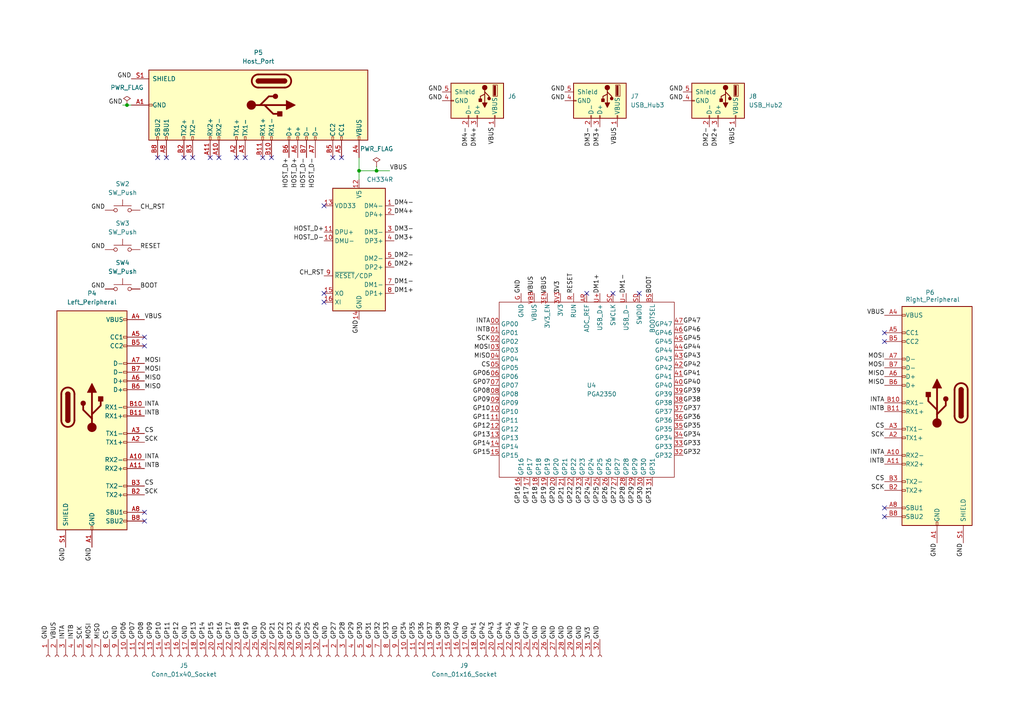
<source format=kicad_sch>
(kicad_sch (version 20250114) (generator "eeschema") (generator_version "9.0")
  (paper "A4")
  (lib_symbols
    (symbol "Connector:Conn_01x32_Socket" (pin_names (offset 1.016) (hide yes))
      (property "Reference" "J" (at 0 40.64 0))
      (property "Value" "Conn_01x32_Socket" (at 0 -43.18 0))
      (symbol "Conn_01x32_Socket_1_1"
        (polyline (pts (xy -1.27 38.1) (xy -0.508 38.1)) (stroke (width 0.1524)))
        (polyline (pts (xy -1.27 35.56) (xy -0.508 35.56)) (stroke (width 0.1524)))
        (polyline (pts (xy -1.27 33.02) (xy -0.508 33.02)) (stroke (width 0.1524)))
        (polyline (pts (xy -1.27 30.48) (xy -0.508 30.48)) (stroke (width 0.1524)))
        (polyline (pts (xy -1.27 27.94) (xy -0.508 27.94)) (stroke (width 0.1524)))
        (polyline (pts (xy -1.27 25.4) (xy -0.508 25.4)) (stroke (width 0.1524)))
        (polyline (pts (xy -1.27 22.86) (xy -0.508 22.86)) (stroke (width 0.1524)))
        (polyline (pts (xy -1.27 20.32) (xy -0.508 20.32)) (stroke (width 0.1524)))
        (polyline (pts (xy -1.27 17.78) (xy -0.508 17.78)) (stroke (width 0.1524)))
        (polyline (pts (xy -1.27 15.24) (xy -0.508 15.24)) (stroke (width 0.1524)))
        (polyline (pts (xy -1.27 12.7) (xy -0.508 12.7)) (stroke (width 0.1524)))
        (polyline (pts (xy -1.27 10.16) (xy -0.508 10.16)) (stroke (width 0.1524)))
        (polyline (pts (xy -1.27 7.62) (xy -0.508 7.62)) (stroke (width 0.1524)))
        (polyline (pts (xy -1.27 5.08) (xy -0.508 5.08)) (stroke (width 0.1524)))
        (polyline (pts (xy -1.27 2.54) (xy -0.508 2.54)) (stroke (width 0.1524)))
        (polyline (pts (xy -1.27 0) (xy -0.508 0)) (stroke (width 0.1524)))
        (polyline (pts (xy -1.27 -2.54) (xy -0.508 -2.54)) (stroke (width 0.1524)))
        (polyline (pts (xy -1.27 -5.08) (xy -0.508 -5.08)) (stroke (width 0.1524)))
        (polyline (pts (xy -1.27 -7.62) (xy -0.508 -7.62)) (stroke (width 0.1524)))
        (polyline (pts (xy -1.27 -10.16) (xy -0.508 -10.16)) (stroke (width 0.1524)))
        (polyline (pts (xy -1.27 -12.7) (xy -0.508 -12.7)) (stroke (width 0.1524)))
        (polyline (pts (xy -1.27 -15.24) (xy -0.508 -15.24)) (stroke (width 0.1524)))
        (polyline (pts (xy -1.27 -17.78) (xy -0.508 -17.78)) (stroke (width 0.1524)))
        (polyline (pts (xy -1.27 -20.32) (xy -0.508 -20.32)) (stroke (width 0.1524)))
        (polyline (pts (xy -1.27 -22.86) (xy -0.508 -22.86)) (stroke (width 0.1524)))
        (polyline (pts (xy -1.27 -25.4) (xy -0.508 -25.4)) (stroke (width 0.1524)))
        (polyline (pts (xy -1.27 -27.94) (xy -0.508 -27.94)) (stroke (width 0.1524)))
        (polyline (pts (xy -1.27 -30.48) (xy -0.508 -30.48)) (stroke (width 0.1524)))
        (polyline (pts (xy -1.27 -33.02) (xy -0.508 -33.02)) (stroke (width 0.1524)))
        (polyline (pts (xy -1.27 -35.56) (xy -0.508 -35.56)) (stroke (width 0.1524)))
        (polyline (pts (xy -1.27 -38.1) (xy -0.508 -38.1)) (stroke (width 0.1524)))
        (polyline (pts (xy -1.27 -40.64) (xy -0.508 -40.64)) (stroke (width 0.1524)))
        (arc (start 0 37.592) (mid -0.5058 38.1) (end 0 38.608) (stroke (width 0.1524)))
        (arc (start 0 35.052) (mid -0.5058 35.56) (end 0 36.068) (stroke (width 0.1524)))
        (arc (start 0 32.512) (mid -0.5058 33.02) (end 0 33.528) (stroke (width 0.1524)))
        (arc (start 0 29.972) (mid -0.5058 30.48) (end 0 30.988) (stroke (width 0.1524)))
        (arc (start 0 27.432) (mid -0.5058 27.94) (end 0 28.448) (stroke (width 0.1524)))
        (arc (start 0 24.892) (mid -0.5058 25.4) (end 0 25.908) (stroke (width 0.1524)))
        (arc (start 0 22.352) (mid -0.5058 22.86) (end 0 23.368) (stroke (width 0.1524)))
        (arc (start 0 19.812) (mid -0.5058 20.32) (end 0 20.828) (stroke (width 0.1524)))
        (arc (start 0 17.272) (mid -0.5058 17.78) (end 0 18.288) (stroke (width 0.1524)))
        (arc (start 0 14.732) (mid -0.5058 15.24) (end 0 15.748) (stroke (width 0.1524)))
        (arc (start 0 12.192) (mid -0.5058 12.7) (end 0 13.208) (stroke (width 0.1524)))
        (arc (start 0 9.652) (mid -0.5058 10.16) (end 0 10.668) (stroke (width 0.1524)))
        (arc (start 0 7.112) (mid -0.5058 7.62) (end 0 8.128) (stroke (width 0.1524)))
        (arc (start 0 4.572) (mid -0.5058 5.08) (end 0 5.588) (stroke (width 0.1524)))
        (arc (start 0 2.032) (mid -0.5058 2.54) (end 0 3.048) (stroke (width 0.1524)))
        (arc (start 0 -0.508) (mid -0.5058 0) (end 0 0.508) (stroke (width 0.1524)))
        (arc (start 0 -3.048) (mid -0.5058 -2.54) (end 0 -2.032) (stroke (width 0.1524)))
        (arc (start 0 -5.588) (mid -0.5058 -5.08) (end 0 -4.572) (stroke (width 0.1524)))
        (arc (start 0 -8.128) (mid -0.5058 -7.62) (end 0 -7.112) (stroke (width 0.1524)))
        (arc (start 0 -10.668) (mid -0.5058 -10.16) (end 0 -9.652) (stroke (width 0.1524)))
        (arc (start 0 -13.208) (mid -0.5058 -12.7) (end 0 -12.192) (stroke (width 0.1524)))
        (arc (start 0 -15.748) (mid -0.5058 -15.24) (end 0 -14.732) (stroke (width 0.1524)))
        (arc (start 0 -18.288) (mid -0.5058 -17.78) (end 0 -17.272) (stroke (width 0.1524)))
        (arc (start 0 -20.828) (mid -0.5058 -20.32) (end 0 -19.812) (stroke (width 0.1524)))
        (arc (start 0 -23.368) (mid -0.5058 -22.86) (end 0 -22.352) (stroke (width 0.1524)))
        (arc (start 0 -25.908) (mid -0.5058 -25.4) (end 0 -24.892) (stroke (width 0.1524)))
        (arc (start 0 -28.448) (mid -0.5058 -27.94) (end 0 -27.432) (stroke (width 0.1524)))
        (arc (start 0 -30.988) (mid -0.5058 -30.48) (end 0 -29.972) (stroke (width 0.1524)))
        (arc (start 0 -33.528) (mid -0.5058 -33.02) (end 0 -32.512) (stroke (width 0.1524)))
        (arc (start 0 -36.068) (mid -0.5058 -35.56) (end 0 -35.052) (stroke (width 0.1524)))
        (arc (start 0 -38.608) (mid -0.5058 -38.1) (end 0 -37.592) (stroke (width 0.1524)))
        (arc (start 0 -41.148) (mid -0.5058 -40.64) (end 0 -40.132) (stroke (width 0.1524)))
        (pin passive line (at -5.08 38.1 0) (length 3.81) (name "Pin_1") (number "1"))
        (pin passive line (at -5.08 35.56 0) (length 3.81) (name "Pin_2") (number "2"))
        (pin passive line (at -5.08 33.02 0) (length 3.81) (name "Pin_3") (number "3"))
        (pin passive line (at -5.08 30.48 0) (length 3.81) (name "Pin_4") (number "4"))
        (pin passive line (at -5.08 27.94 0) (length 3.81) (name "Pin_5") (number "5"))
        (pin passive line (at -5.08 25.4 0) (length 3.81) (name "Pin_6") (number "6"))
        (pin passive line (at -5.08 22.86 0) (length 3.81) (name "Pin_7") (number "7"))
        (pin passive line (at -5.08 20.32 0) (length 3.81) (name "Pin_8") (number "8"))
        (pin passive line (at -5.08 17.78 0) (length 3.81) (name "Pin_9") (number "9"))
        (pin passive line (at -5.08 15.24 0) (length 3.81) (name "Pin_10") (number "10"))
        (pin passive line (at -5.08 12.7 0) (length 3.81) (name "Pin_11") (number "11"))
        (pin passive line (at -5.08 10.16 0) (length 3.81) (name "Pin_12") (number "12"))
        (pin passive line (at -5.08 7.62 0) (length 3.81) (name "Pin_13") (number "13"))
        (pin passive line (at -5.08 5.08 0) (length 3.81) (name "Pin_14") (number "14"))
        (pin passive line (at -5.08 2.54 0) (length 3.81) (name "Pin_15") (number "15"))
        (pin passive line (at -5.08 0 0) (length 3.81) (name "Pin_16") (number "16"))
        (pin passive line (at -5.08 -2.54 0) (length 3.81) (name "Pin_17") (number "17"))
        (pin passive line (at -5.08 -5.08 0) (length 3.81) (name "Pin_18") (number "18"))
        (pin passive line (at -5.08 -7.62 0) (length 3.81) (name "Pin_19") (number "19"))
        (pin passive line (at -5.08 -10.16 0) (length 3.81) (name "Pin_20") (number "20"))
        (pin passive line (at -5.08 -12.7 0) (length 3.81) (name "Pin_21") (number "21"))
        (pin passive line (at -5.08 -15.24 0) (length 3.81) (name "Pin_22") (number "22"))
        (pin passive line (at -5.08 -17.78 0) (length 3.81) (name "Pin_23") (number "23"))
        (pin passive line (at -5.08 -20.32 0) (length 3.81) (name "Pin_24") (number "24"))
        (pin passive line (at -5.08 -22.86 0) (length 3.81) (name "Pin_25") (number "25"))
        (pin passive line (at -5.08 -25.4 0) (length 3.81) (name "Pin_26") (number "26"))
        (pin passive line (at -5.08 -27.94 0) (length 3.81) (name "Pin_27") (number "27"))
        (pin passive line (at -5.08 -30.48 0) (length 3.81) (name "Pin_28") (number "28"))
        (pin passive line (at -5.08 -33.02 0) (length 3.81) (name "Pin_29") (number "29"))
        (pin passive line (at -5.08 -35.56 0) (length 3.81) (name "Pin_30") (number "30"))
        (pin passive line (at -5.08 -38.1 0) (length 3.81) (name "Pin_31") (number "31"))
        (pin passive line (at -5.08 -40.64 0) (length 3.81) (name "Pin_32") (number "32"))
      )
    )
    (symbol "Connector:USB_A" (pin_names (offset 1.016))
      (property "Reference" "J" (at -5.08 11.43 0))
      (property "Value" "USB_A" (at -5.08 8.89 0))
      (symbol "USB_A_0_1"
        (rectangle (start -5.08 -7.62) (end 5.08 7.62) (stroke (width 0.254)) (fill (type background)))
        (circle (center -3.81 2.159) (radius 0.635) (stroke (width 0.254)) (fill (type outline)))
        (polyline (pts (xy -3.175 2.159) (xy -2.54 2.159) (xy -1.27 3.429) (xy -0.635 3.429)) (stroke (width 0.254)))
        (polyline (pts (xy -2.54 2.159) (xy -1.905 2.159) (xy -1.27 0.889) (xy 0 0.889)) (stroke (width 0.254)))
        (rectangle (start -1.524 4.826) (end -4.318 5.334) (fill (type outline)))
        (rectangle (start -1.27 4.572) (end -4.572 5.842))
        (circle (center -0.635 3.429) (radius 0.381) (stroke (width 0.254)) (fill (type outline)))
        (rectangle (start -0.127 -7.62) (end 0.127 -6.858))
        (rectangle (start 0.254 1.27) (end -0.508 0.508) (stroke (width 0.254)) (fill (type outline)))
        (polyline (pts (xy 0.635 2.794) (xy 0.635 1.524) (xy 1.905 2.159) (xy 0.635 2.794)) (stroke (width 0.254)) (fill (type outline)))
        (rectangle (start 5.08 4.953) (end 4.318 5.207))
        (rectangle (start 5.08 -0.127) (end 4.318 0.127))
        (rectangle (start 5.08 -2.667) (end 4.318 -2.413))
      )
      (symbol "USB_A_1_1"
        (polyline (pts (xy -1.905 2.159) (xy 0.635 2.159)) (stroke (width 0.254)))
        (pin passive line (at -2.54 -10.16 90) (length 2.54) (name "Shield") (number "5"))
        (pin power_in line (at 0 -10.16 90) (length 2.54) (name "GND") (number "4"))
        (pin power_in line (at 7.62 5.08 180) (length 2.54) (name "VBUS") (number "1"))
        (pin bidirectional line (at 7.62 0 180) (length 2.54) (name "D+") (number "3"))
        (pin bidirectional line (at 7.62 -2.54 180) (length 2.54) (name "D-") (number "2"))
      )
    )
    (symbol "Connector:USB_C_Receptacle" (pin_names (offset 1.016))
      (property "Reference" "J" (at -10.16 29.21 0))
      (property "Value" "USB_C_Receptacle" (at 10.16 29.21 0))
      (symbol "USB_C_Receptacle_0_0"
        (rectangle (start -0.254 -35.56) (end 0.254 -34.544))
        (rectangle (start 10.16 25.654) (end 9.144 25.146))
        (rectangle (start 10.16 20.574) (end 9.144 20.066))
        (rectangle (start 10.16 18.034) (end 9.144 17.526))
        (rectangle (start 10.16 12.954) (end 9.144 12.446))
        (rectangle (start 10.16 10.414) (end 9.144 9.906))
        (rectangle (start 10.16 7.874) (end 9.144 7.366))
        (rectangle (start 10.16 5.334) (end 9.144 4.826))
        (rectangle (start 10.16 0.254) (end 9.144 -0.254))
        (rectangle (start 10.16 -2.286) (end 9.144 -2.794))
        (rectangle (start 10.16 -7.366) (end 9.144 -7.874))
        (rectangle (start 10.16 -9.906) (end 9.144 -10.414))
        (rectangle (start 10.16 -14.986) (end 9.144 -15.494))
        (rectangle (start 10.16 -17.526) (end 9.144 -18.034))
        (rectangle (start 10.16 -22.606) (end 9.144 -23.114))
        (rectangle (start 10.16 -25.146) (end 9.144 -25.654))
        (rectangle (start 10.16 -30.226) (end 9.144 -30.734))
        (rectangle (start 10.16 -32.766) (end 9.144 -33.274))
      )
      (symbol "USB_C_Receptacle_0_1"
        (rectangle (start -10.16 27.94) (end 10.16 -35.56) (stroke (width 0.254)) (fill (type background)))
        (polyline (pts (xy -8.89 -3.81) (xy -8.89 3.81)) (stroke (width 0.508)))
        (rectangle (start -7.62 -3.81) (end -6.35 3.81) (stroke (width 0.254)) (fill (type outline)))
        (arc (start -7.62 3.81) (mid -6.985 4.4423) (end -6.35 3.81) (stroke (width 0.254)))
        (arc (start -7.62 3.81) (mid -6.985 4.4423) (end -6.35 3.81) (stroke (width 0.254)) (fill (type outline)))
        (arc (start -8.89 3.81) (mid -6.985 5.7067) (end -5.08 3.81) (stroke (width 0.508)))
        (arc (start -5.08 -3.81) (mid -6.985 -5.7067) (end -8.89 -3.81) (stroke (width 0.508)))
        (arc (start -6.35 -3.81) (mid -6.985 -4.4423) (end -7.62 -3.81) (stroke (width 0.254)))
        (arc (start -6.35 -3.81) (mid -6.985 -4.4423) (end -7.62 -3.81) (stroke (width 0.254)) (fill (type outline)))
        (polyline (pts (xy -5.08 3.81) (xy -5.08 -3.81)) (stroke (width 0.508)))
      )
      (symbol "USB_C_Receptacle_1_1"
        (circle (center -2.54 1.143) (radius 0.635) (stroke (width 0.254)) (fill (type outline)))
        (polyline (pts (xy -1.27 4.318) (xy 0 6.858) (xy 1.27 4.318) (xy -1.27 4.318)) (stroke (width 0.254)) (fill (type outline)))
        (polyline (pts (xy 0 -2.032) (xy 2.54 0.508) (xy 2.54 1.778)) (stroke (width 0.508)))
        (polyline (pts (xy 0 -3.302) (xy -2.54 -0.762) (xy -2.54 0.508)) (stroke (width 0.508)))
        (polyline (pts (xy 0 -5.842) (xy 0 4.318)) (stroke (width 0.508)))
        (circle (center 0 -5.842) (radius 1.27) (fill (type outline)))
        (rectangle (start 1.905 1.778) (end 3.175 3.048) (stroke (width 0.254)) (fill (type outline)))
        (pin passive line (at -7.62 -40.64 90) (length 5.08) (name "SHIELD") (number "S1"))
        (pin passive line (at 0 -40.64 90) (length 5.08) (name "GND") (number "A1"))
        (pin passive line (at 0 -40.64 90) (length 5.08) (hide yes) (name "GND") (number "A12"))
        (pin passive line (at 0 -40.64 90) (length 5.08) (hide yes) (name "GND") (number "B1"))
        (pin passive line (at 0 -40.64 90) (length 5.08) (hide yes) (name "GND") (number "B12"))
        (pin passive line (at 15.24 25.4 180) (length 5.08) (name "VBUS") (number "A4"))
        (pin passive line (at 15.24 25.4 180) (length 5.08) (hide yes) (name "VBUS") (number "A9"))
        (pin passive line (at 15.24 25.4 180) (length 5.08) (hide yes) (name "VBUS") (number "B4"))
        (pin passive line (at 15.24 25.4 180) (length 5.08) (hide yes) (name "VBUS") (number "B9"))
        (pin bidirectional line (at 15.24 20.32 180) (length 5.08) (name "CC1") (number "A5"))
        (pin bidirectional line (at 15.24 17.78 180) (length 5.08) (name "CC2") (number "B5"))
        (pin bidirectional line (at 15.24 12.7 180) (length 5.08) (name "D-") (number "A7"))
        (pin bidirectional line (at 15.24 10.16 180) (length 5.08) (name "D-") (number "B7"))
        (pin bidirectional line (at 15.24 7.62 180) (length 5.08) (name "D+") (number "A6"))
        (pin bidirectional line (at 15.24 5.08 180) (length 5.08) (name "D+") (number "B6"))
        (pin bidirectional line (at 15.24 0 180) (length 5.08) (name "RX1-") (number "B10"))
        (pin bidirectional line (at 15.24 -2.54 180) (length 5.08) (name "RX1+") (number "B11"))
        (pin bidirectional line (at 15.24 -7.62 180) (length 5.08) (name "TX1-") (number "A3"))
        (pin bidirectional line (at 15.24 -10.16 180) (length 5.08) (name "TX1+") (number "A2"))
        (pin bidirectional line (at 15.24 -15.24 180) (length 5.08) (name "RX2-") (number "A10"))
        (pin bidirectional line (at 15.24 -17.78 180) (length 5.08) (name "RX2+") (number "A11"))
        (pin bidirectional line (at 15.24 -22.86 180) (length 5.08) (name "TX2-") (number "B3"))
        (pin bidirectional line (at 15.24 -25.4 180) (length 5.08) (name "TX2+") (number "B2"))
        (pin bidirectional line (at 15.24 -30.48 180) (length 5.08) (name "SBU1") (number "A8"))
        (pin bidirectional line (at 15.24 -33.02 180) (length 5.08) (name "SBU2") (number "B8"))
      )
    )
    (symbol "Interface_USB:CH334R"
      (property "Reference" "U" (at -7.62 20.32 0))
      (property "Value" "CH334R" (at 2.54 20.32 0))
      (symbol "CH334R_0_1"
        (rectangle (start -7.62 17.78) (end 7.62 -17.78) (stroke (width 0.254)) (fill (type background)))
      )
      (symbol "CH334R_1_1"
        (pin passive line (at -10.16 12.7 0) (length 2.54) (name "VDD33") (number "13"))
        (pin bidirectional line (at -10.16 5.08 0) (length 2.54) (name "DPU+") (number "11"))
        (pin bidirectional line (at -10.16 2.54 0) (length 2.54) (name "DMU-") (number "10"))
        (pin input line (at -10.16 -7.62 0) (length 2.54) (name "~{RESET}/CDP") (number "9"))
        (pin passive line (at -10.16 -12.7 0) (length 2.54) (name "XO") (number "15"))
        (pin passive line (at -10.16 -15.24 0) (length 2.54) (name "XI") (number "16"))
        (pin power_in line (at 0 20.32 270) (length 2.54) (name "V5") (number "12"))
        (pin power_in line (at 0 -20.32 90) (length 2.54) (name "GND") (number "14"))
        (pin bidirectional line (at 10.16 12.7 180) (length 2.54) (name "DM4-") (number "1"))
        (pin bidirectional line (at 10.16 10.16 180) (length 2.54) (name "DP4+") (number "2"))
        (pin bidirectional line (at 10.16 5.08 180) (length 2.54) (name "DM3-") (number "3"))
        (pin bidirectional line (at 10.16 2.54 180) (length 2.54) (name "DP3+") (number "4"))
        (pin bidirectional line (at 10.16 -2.54 180) (length 2.54) (name "DM2-") (number "5"))
        (pin bidirectional line (at 10.16 -5.08 180) (length 2.54) (name "DP2+") (number "6"))
        (pin bidirectional line (at 10.16 -10.16 180) (length 2.54) (name "DM1-") (number "7"))
        (pin bidirectional line (at 10.16 -12.7 180) (length 2.54) (name "DP1+") (number "8"))
      )
    )
    (symbol "Switch:SW_Push" (pin_numbers (hide yes)) (pin_names (offset 1.016) (hide yes))
      (property "Reference" "SW" (at 1.27 2.54 0))
      (property "Value" "SW_Push" (at 0 -1.524 0))
      (symbol "SW_Push_0_1"
        (circle (center -2.032 0) (radius 0.508))
        (polyline (pts (xy 0 1.27) (xy 0 3.048)))
        (circle (center 2.032 0) (radius 0.508))
        (polyline (pts (xy 2.54 1.27) (xy -2.54 1.27)))
        (pin passive line (at -5.08 0 0) (length 2.54) (name "1") (number "1"))
        (pin passive line (at 5.08 0 180) (length 2.54) (name "2") (number "2"))
      )
    )
    (symbol "pga2350:pga2350"
      (property "Reference" "U" (at 0 2.54 0))
      (property "Value" "PGA2350" (at 0 0 0))
      (symbol "pga2350_0_1"
        (rectangle (start -25.4 25.4) (end 25.4 -25.4))
      )
      (symbol "pga2350_1_1"
        (pin bidirectional line (at -27.94 19.05 0) (length 2.54) (name "GP00") (number "00"))
        (pin bidirectional line (at -27.94 16.51 0) (length 2.54) (name "GP01") (number "01"))
        (pin bidirectional line (at -27.94 13.97 0) (length 2.54) (name "GP02") (number "02"))
        (pin bidirectional line (at -27.94 11.43 0) (length 2.54) (name "GP03") (number "03"))
        (pin bidirectional line (at -27.94 8.89 0) (length 2.54) (name "GP04") (number "04"))
        (pin bidirectional line (at -27.94 6.35 0) (length 2.54) (name "GP05") (number "05"))
        (pin bidirectional line (at -27.94 3.81 0) (length 2.54) (name "GP06") (number "06"))
        (pin bidirectional line (at -27.94 1.27 0) (length 2.54) (name "GP07") (number "07"))
        (pin bidirectional line (at -27.94 -1.27 0) (length 2.54) (name "GP08") (number "08"))
        (pin bidirectional line (at -27.94 -3.81 0) (length 2.54) (name "GP09") (number "09"))
        (pin bidirectional line (at -27.94 -6.35 0) (length 2.54) (name "GP10") (number "10"))
        (pin bidirectional line (at -27.94 -8.89 0) (length 2.54) (name "GP11") (number "11"))
        (pin bidirectional line (at -27.94 -11.43 0) (length 2.54) (name "GP12") (number "12"))
        (pin bidirectional line (at -27.94 -13.97 0) (length 2.54) (name "GP13") (number "13"))
        (pin bidirectional line (at -27.94 -16.51 0) (length 2.54) (name "GP14") (number "14"))
        (pin bidirectional line (at -27.94 -19.05 0) (length 2.54) (name "GP15") (number "15"))
        (pin power_in line (at -19.05 27.94 270) (length 2.54) (name "GND") (number "G"))
        (pin bidirectional line (at -19.05 -27.94 90) (length 2.54) (name "GP16") (number "16"))
        (pin bidirectional line (at -16.51 -27.94 90) (length 2.54) (name "GP17") (number "17"))
        (pin power_in line (at -15.24 27.94 270) (length 2.54) (name "VBUS") (number "VBB"))
        (pin bidirectional line (at -13.97 -27.94 90) (length 2.54) (name "GP18") (number "18"))
        (pin power_in line (at -11.43 27.94 270) (length 2.54) (name "3V3_EN") (number "3EN"))
        (pin bidirectional line (at -11.43 -27.94 90) (length 2.54) (name "GP19") (number "19"))
        (pin bidirectional line (at -8.89 -27.94 90) (length 2.54) (name "GP20") (number "20"))
        (pin power_out line (at -7.62 27.94 270) (length 2.54) (name "3V3") (number "3V3"))
        (pin bidirectional line (at -6.35 -27.94 90) (length 2.54) (name "GP21") (number "21"))
        (pin bidirectional line (at -3.81 27.94 270) (length 2.54) (name "RUN") (number "R"))
        (pin bidirectional line (at -3.81 -27.94 90) (length 2.54) (name "GP22") (number "22"))
        (pin bidirectional line (at -1.27 -27.94 90) (length 2.54) (name "GP23") (number "23"))
        (pin bidirectional line (at 0 27.94 270) (length 2.54) (name "ADC_REF") (number "AR"))
        (pin bidirectional line (at 1.27 -27.94 90) (length 2.54) (name "GP24") (number "24"))
        (pin bidirectional line (at 3.81 27.94 270) (length 2.54) (name "USB_D+") (number "U+"))
        (pin bidirectional line (at 3.81 -27.94 90) (length 2.54) (name "GP25") (number "25"))
        (pin bidirectional line (at 6.35 -27.94 90) (length 2.54) (name "GP26") (number "26"))
        (pin bidirectional line (at 7.62 27.94 270) (length 2.54) (name "SWCLK") (number "SC"))
        (pin bidirectional line (at 8.89 -27.94 90) (length 2.54) (name "GP27") (number "27"))
        (pin bidirectional line (at 11.43 27.94 270) (length 2.54) (name "USB_D-") (number "U-"))
        (pin bidirectional line (at 11.43 -27.94 90) (length 2.54) (name "GP28") (number "28"))
        (pin bidirectional line (at 13.97 -27.94 90) (length 2.54) (name "GP29") (number "29"))
        (pin bidirectional line (at 15.24 27.94 270) (length 2.54) (name "SWDIO") (number "SD"))
        (pin bidirectional line (at 16.51 -27.94 90) (length 2.54) (name "GP30") (number "30"))
        (pin bidirectional line (at 19.05 27.94 270) (length 2.54) (name "BOOTSEL") (number "BS"))
        (pin bidirectional line (at 19.05 -27.94 90) (length 2.54) (name "GP31") (number "31"))
        (pin bidirectional line (at 27.94 19.05 180) (length 2.54) (name "GP47") (number "47"))
        (pin bidirectional line (at 27.94 16.51 180) (length 2.54) (name "GP46") (number "46"))
        (pin bidirectional line (at 27.94 13.97 180) (length 2.54) (name "GP45") (number "45"))
        (pin bidirectional line (at 27.94 11.43 180) (length 2.54) (name "GP44") (number "44"))
        (pin bidirectional line (at 27.94 8.89 180) (length 2.54) (name "GP43") (number "43"))
        (pin bidirectional line (at 27.94 6.35 180) (length 2.54) (name "GP42") (number "42"))
        (pin bidirectional line (at 27.94 3.81 180) (length 2.54) (name "GP41") (number "41"))
        (pin bidirectional line (at 27.94 1.27 180) (length 2.54) (name "GP40") (number "40"))
        (pin bidirectional line (at 27.94 -1.27 180) (length 2.54) (name "GP39") (number "39"))
        (pin bidirectional line (at 27.94 -3.81 180) (length 2.54) (name "GP38") (number "38"))
        (pin bidirectional line (at 27.94 -6.35 180) (length 2.54) (name "GP37") (number "37"))
        (pin bidirectional line (at 27.94 -8.89 180) (length 2.54) (name "GP36") (number "36"))
        (pin bidirectional line (at 27.94 -11.43 180) (length 2.54) (name "GP35") (number "35"))
        (pin bidirectional line (at 27.94 -13.97 180) (length 2.54) (name "GP34") (number "34"))
        (pin bidirectional line (at 27.94 -16.51 180) (length 2.54) (name "GP33") (number "33"))
        (pin bidirectional line (at 27.94 -19.05 180) (length 2.54) (name "GP32") (number "32"))
      )
    )
    (symbol "power:PWR_FLAG" (power) (pin_numbers (hide yes)) (pin_names (offset 0) (hide yes))
      (property "Value" "PWR_FLAG" (at 0 3.81 0))
      (symbol "PWR_FLAG_0_0"
        (pin power_out line (at 0 0 90) (length 0) (name "~") (number "1"))
      )
      (symbol "PWR_FLAG_0_1"
        (polyline (pts (xy 0 0) (xy 0 1.27) (xy -1.016 1.905) (xy 0 2.54) (xy 1.016 1.905) (xy 0 1.27)))
      )
    )
  )
  (junction (at 36.83 30.48))
  (junction (at 104.14 49.53))
  (junction (at 109.22 49.53))
  (no_connect (at 256.54 147.32))
  (no_connect (at 177.8 85.09))
  (no_connect (at 93.98 85.09))
  (no_connect (at 53.34 45.72))
  (no_connect (at 41.91 100.33))
  (no_connect (at 93.98 87.63))
  (no_connect (at 96.52 45.72))
  (no_connect (at 256.54 99.06))
  (no_connect (at 55.88 45.72))
  (no_connect (at 93.98 59.69))
  (no_connect (at 76.2 45.72))
  (no_connect (at 48.26 45.72))
  (no_connect (at 78.74 45.72))
  (no_connect (at 256.54 149.86))
  (no_connect (at 256.54 96.52))
  (no_connect (at 185.42 85.09))
  (no_connect (at 41.91 97.79))
  (no_connect (at 170.18 85.09))
  (no_connect (at 60.96 45.72))
  (no_connect (at 71.12 45.72))
  (no_connect (at 63.5 45.72))
  (no_connect (at 41.91 148.59))
  (no_connect (at 99.06 45.72))
  (no_connect (at 45.72 45.72))
  (no_connect (at 41.91 151.13))
  (no_connect (at 68.58 45.72))
  (wire (pts (xy 109.22 49.53) (xy 113.03 49.53)))
  (wire (pts (xy 104.14 49.53) (xy 109.22 49.53)))
  (wire (pts (xy 104.14 49.53) (xy 104.14 52.07)))
  (wire (pts (xy 36.83 30.48) (xy 38.1 30.48)))
  (wire (pts (xy 35.56 30.48) (xy 36.83 30.48)))
  (wire (pts (xy 109.22 48.26) (xy 109.22 49.53)))
  (wire (pts (xy 104.14 45.72) (xy 104.14 49.53)))
  (label "GP11" (at 142.24 121.92 180))
  (label "INTA" (at 41.91 133.35 0))
  (label "GP46" (at 198.12 96.52 0))
  (label "GP23" (at 168.91 140.97 270))
  (label "GP29" (at 102.87 185.42 90))
  (label "GP38" (at 128.27 185.42 90))
  (label "GND" (at 279.4 157.48 270))
  (label "GP31" (at 189.23 140.97 270))
  (label "HOST_D+" (at 93.98 67.31 180))
  (label "VBUS" (at 143.51 36.83 270))
  (label "GP08" (at 142.24 114.3 180))
  (label "VBUS" (at 213.36 36.83 270))
  (label "MISO" (at 29.21 185.42 90))
  (label "GP16" (at 151.13 140.97 270))
  (label "DM2+" (at 208.28 36.83 270))
  (label "GP06" (at 36.83 185.42 90))
  (label "GND" (at 30.48 60.96 180))
  (label "GP23" (at 85.09 185.42 90))
  (label "GP27" (at 97.79 185.42 90))
  (label "GND" (at 135.89 185.42 90))
  (label "GP13" (at 142.24 127 180))
  (label "VBUS" (at 41.91 92.71 0))
  (label "DM3-" (at 114.3 67.31 0))
  (label "GND" (at 163.83 185.42 90))
  (label "GP27" (at 179.07 140.97 270))
  (label "GP47" (at 153.67 185.42 90))
  (label "GP21" (at 80.01 185.42 90))
  (label "GP12" (at 52.07 185.42 90))
  (label "INTB" (at 256.54 134.62 180))
  (label "GND" (at 163.83 29.21 180))
  (label "GND" (at 173.99 185.42 90))
  (label "MISO" (at 256.54 111.76 180))
  (label "GP42" (at 198.12 106.68 0))
  (label "INTB" (at 21.59 185.42 90))
  (label "GP12" (at 142.24 124.46 180))
  (label "GP39" (at 198.12 114.3 0))
  (label "GP39" (at 130.81 185.42 90))
  (label "GP26" (at 176.53 140.97 270))
  (label "GP18" (at 69.85 185.42 90))
  (label "GP43" (at 198.12 104.14 0))
  (label "DM1+" (at 114.3 85.09 0))
  (label "GP08" (at 41.91 185.42 90))
  (label "MOSI" (at 41.91 105.41 0))
  (label "GND" (at 13.97 185.42 90))
  (label "INTB" (at 142.24 96.52 180))
  (label "GP38" (at 198.12 116.84 0))
  (label "GP35" (at 120.65 185.42 90))
  (label "GP19" (at 72.39 185.42 90))
  (label "GP28" (at 100.33 185.42 90))
  (label "HOST_D+" (at 86.36 45.72 270))
  (label "GP17" (at 153.67 140.97 270))
  (label "GP19" (at 158.75 140.97 270))
  (label "GP40" (at 133.35 185.42 90))
  (label "GP40" (at 198.12 111.76 0))
  (label "GP32" (at 198.12 132.08 0))
  (label "VBUS" (at 16.51 185.42 90))
  (label "GP24" (at 171.45 140.97 270))
  (label "HOST_D-" (at 93.98 69.85 180))
  (label "GND" (at 19.05 158.75 270))
  (label "DM2+" (at 114.3 77.47 0))
  (label "INTB" (at 256.54 119.38 180))
  (label "BOOT" (at 189.23 85.09 90))
  (label "DM4+" (at 138.43 36.83 270))
  (label "INTA" (at 256.54 132.08 180))
  (label "GP36" (at 123.19 185.42 90))
  (label "GND" (at 35.56 30.48 180))
  (label "GP06" (at 142.24 109.22 180))
  (label "GP31" (at 107.95 185.42 90))
  (label "GP11" (at 49.53 185.42 90))
  (label "GP44" (at 146.05 185.42 90))
  (label "GND" (at 161.29 185.42 90))
  (label "MISO" (at 41.91 110.49 0))
  (label "DM1-" (at 114.3 82.55 0))
  (label "GP14" (at 142.24 129.54 180))
  (label "GP14" (at 59.69 185.42 90))
  (label "HOST_D+" (at 83.82 45.72 270))
  (label "MOSI" (at 41.91 107.95 0))
  (label "GP34" (at 198.12 127 0))
  (label "GP34" (at 118.11 185.42 90))
  (label "GP15" (at 142.24 132.08 180))
  (label "VBUS" (at 158.75 85.09 90))
  (label "CS" (at 41.91 125.73 0))
  (label "GND" (at 54.61 185.42 90))
  (label "GP33" (at 113.03 185.42 90))
  (label "MOSI" (at 26.67 185.42 90))
  (label "GP37" (at 198.12 119.38 0))
  (label "DM4-" (at 114.3 59.69 0))
  (label "GND" (at 30.48 72.39 180))
  (label "MISO" (at 41.91 113.03 0))
  (label "GND" (at 168.91 185.42 90))
  (label "VBUS" (at 256.54 91.44 180))
  (label "GP07" (at 39.37 185.42 90))
  (label "GND" (at 151.13 85.09 90))
  (label "GND" (at 74.93 185.42 90))
  (label "DM3+" (at 173.99 36.83 270))
  (label "GP41" (at 138.43 185.42 90))
  (label "DM1-" (at 181.61 85.09 90))
  (label "GP07" (at 142.24 111.76 180))
  (label "HOST_D-" (at 91.44 45.72 270))
  (label "GND" (at 26.67 158.75 270))
  (label "GP18" (at 156.21 140.97 270))
  (label "3V3" (at 171.45 185.42 90))
  (label "GP21" (at 163.83 140.97 270))
  (label "GP29" (at 184.15 140.97 270))
  (label "INTA" (at 256.54 116.84 180))
  (label "DM3+" (at 114.3 69.85 0))
  (label "INTA" (at 41.91 118.11 0))
  (label "GP10" (at 46.99 185.42 90))
  (label "GP46" (at 151.13 185.42 90))
  (label "VBUS" (at 154.94 85.09 90))
  (label "DM2-" (at 205.74 36.83 270))
  (label "INTB" (at 41.91 135.89 0))
  (label "GP35" (at 198.12 124.46 0))
  (label "DM2-" (at 114.3 74.93 0))
  (label "VBUS" (at 113.03 49.53 0))
  (label "GND" (at 128.27 26.67 180))
  (label "CH_RST" (at 93.98 80.01 180))
  (label "GP45" (at 198.12 99.06 0))
  (label "GND" (at 95.25 185.42 90))
  (label "GND" (at 158.75 185.42 90))
  (label "DM1+" (at 173.99 85.09 90))
  (label "INTA" (at 142.24 93.98 180))
  (label "GND" (at 271.78 157.48 270))
  (label "BOOT" (at 40.64 83.82 0))
  (label "GP10" (at 142.24 119.38 180))
  (label "DM4-" (at 135.89 36.83 270))
  (label "GP20" (at 77.47 185.42 90))
  (label "GP33" (at 198.12 129.54 0))
  (label "GP45" (at 148.59 185.42 90))
  (label "GP36" (at 198.12 121.92 0))
  (label "GP30" (at 186.69 140.97 270))
  (label "HOST_D-" (at 88.9 45.72 270))
  (label "CS" (at 256.54 124.46 180))
  (label "GP24" (at 87.63 185.42 90))
  (label "GND" (at 198.12 29.21 180))
  (label "GND" (at 104.14 92.71 270))
  (label "GP43" (at 143.51 185.42 90))
  (label "SCK" (at 41.91 128.27 0))
  (label "MOSI" (at 142.24 101.6 180))
  (label "GP20" (at 161.29 140.97 270))
  (label "SCK" (at 24.13 185.42 90))
  (label "CS" (at 31.75 185.42 90))
  (label "GP13" (at 57.15 185.42 90))
  (label "INTA" (at 19.05 185.42 90))
  (label "MISO" (at 256.54 109.22 180))
  (label "GP37" (at 125.73 185.42 90))
  (label "GP25" (at 90.17 185.42 90))
  (label "GP25" (at 173.99 140.97 270))
  (label "GND" (at 198.12 26.67 180))
  (label "GP26" (at 92.71 185.42 90))
  (label "GP16" (at 64.77 185.42 90))
  (label "INTB" (at 41.91 120.65 0))
  (label "GND" (at 30.48 83.82 180))
  (label "GP09" (at 44.45 185.42 90))
  (label "GP30" (at 105.41 185.42 90))
  (label "GP22" (at 166.37 140.97 270))
  (label "GP15" (at 62.23 185.42 90))
  (label "GP32" (at 110.49 185.42 90))
  (label "CS" (at 142.24 106.68 180))
  (label "MOSI" (at 256.54 104.14 180))
  (label "GP42" (at 140.97 185.42 90))
  (label "GND" (at 38.1 22.86 180))
  (label "GP09" (at 142.24 116.84 180))
  (label "GP47" (at 198.12 93.98 0))
  (label "GND" (at 34.29 185.42 90))
  (label "SCK" (at 142.24 99.06 180))
  (label "SCK" (at 256.54 127 180))
  (label "SCK" (at 256.54 142.24 180))
  (label "CS" (at 256.54 139.7 180))
  (label "GND" (at 163.83 26.67 180))
  (label "GP44" (at 198.12 101.6 0))
  (label "CH_RST" (at 40.64 60.96 0))
  (label "GP17" (at 67.31 185.42 90))
  (label "GP28" (at 181.61 140.97 270))
  (label "GND" (at 128.27 29.21 180))
  (label "VBUS" (at 179.07 36.83 270))
  (label "MISO" (at 142.24 104.14 180))
  (label "SCK" (at 41.91 143.51 0))
  (label "GP41" (at 198.12 109.22 0))
  (label "CS" (at 41.91 140.97 0))
  (label "3V3" (at 162.56 85.09 90))
  (label "GND" (at 166.37 185.42 90))
  (label "GND" (at 156.21 185.42 90))
  (label "RESET" (at 40.64 72.39 0))
  (label "DM3-" (at 171.45 36.83 270))
  (label "DM4+" (at 114.3 62.23 0))
  (label "MOSI" (at 256.54 106.68 180))
  (label "GND" (at 115.57 185.42 90))
  (label "GP22" (at 82.55 185.42 90))
  (label "RESET" (at 166.37 85.09 90))
  (symbol (lib_id "Switch:SW_Push") (at 35.56 60.96 0) (unit 1)
    (property "Reference" "SW2" (at 35.56 53.34 0))
    (property "Value" "SW_Push" (at 35.56 55.88 0))
    (property "Footprint" "Button_Switch_SMD:SW_SPST_EVPBF" (effects (hide yes)))
    (property "Description" "Push button switch, generic, two pins" (effects (hide yes)))
  )
  (symbol (lib_id "Connector:USB_A") (at 208.28 29.21 270) (unit 1)
    (property "Reference" "J8" (at 217.17 27.9399 90) (effects (justify left)))
    (property "Value" "USB_Hub2" (at 217.17 30.4799 90) (effects (justify left)))
    (property "Footprint" "Connector_USB:USB_A_Molex_67643_Horizontal" (effects (hide yes)))
    (property "Description" "USB Type A connector" (effects (hide yes)))
  )
  (symbol (lib_id "Connector:USB_C_Receptacle") (at 271.78 116.84 0) (mirror y) (unit 1)
    (property "Reference" "P6" (at 269.748 84.836 0))
    (property "Value" "Right_Peripheral" (at 270.51 86.868 0))
    (property "Footprint" "Connector_USB:USB_C_Receptacle_Amphenol_12401548E4-2A" (effects (hide yes)))
    (property "Datasheet" "https://www.usb.org/sites/default/files/documents/usb_type-c.zip" (effects (hide yes)))
    (property "Description" "USB Full-Featured Type-C Receptacle connector" (effects (hide yes)))
  )
  (symbol (lib_id "Switch:SW_Push") (at 35.56 72.39 0) (unit 1)
    (property "Reference" "SW3" (at 35.56 64.77 0))
    (property "Value" "SW_Push" (at 35.56 67.31 0))
    (property "Footprint" "Button_Switch_SMD:SW_SPST_EVPBF" (effects (hide yes)))
    (property "Description" "Push button switch, generic, two pins" (effects (hide yes)))
  )
  (symbol (lib_id "power:PWR_FLAG") (at 109.22 48.26 0) (unit 1)
    (property "Reference" "#FLG04" (effects (hide yes)))
    (property "Value" "PWR_FLAG" (at 109.22 43.18 0))
    (property "Description" "Special symbol for telling ERC where power comes from" (effects (hide yes)))
  )
  (symbol (lib_id "power:PWR_FLAG") (at 36.83 30.48 0) (unit 1)
    (property "Reference" "#FLG03" (effects (hide yes)))
    (property "Value" "PWR_FLAG" (at 36.83 25.4 0))
    (property "Description" "Special symbol for telling ERC where power comes from" (effects (hide yes)))
  )
  (symbol (lib_id "Connector:USB_A") (at 173.99 29.21 270) (unit 1)
    (property "Reference" "J7" (at 182.88 27.9399 90) (effects (justify left)))
    (property "Value" "USB_Hub3" (at 182.88 30.4799 90) (effects (justify left)))
    (property "Footprint" "Connector_USB:USB_A_Molex_67643_Horizontal" (effects (hide yes)))
    (property "Description" "USB Type A connector" (effects (hide yes)))
  )
  (symbol (lib_id "Connector:Conn_01x32_Socket") (at 52.07 190.5 90) (mirror x) (unit 1)
    (property "Reference" "J5" (at 53.34 193.04 90))
    (property "Value" "Conn_01x40_Socket" (at 53.34 195.58 90))
    (property "Footprint" "Connector_PinHeader_2.54mm:PinHeader_1x32_P2.54mm_Vertical" (effects (hide yes)))
    (property "Description" "Generic connector, single row, 01x32, script generated" (effects (hide yes)))
  )
  (symbol (lib_id "Connector:USB_A") (at 138.43 29.21 270) (unit 1)
    (property "Reference" "J6" (at 147.32 27.9399 90) (effects (justify left)))
    (property "Value" "USB_Hub4_FDD" (effects (hide yes)))
    (property "Footprint" "Connector_USB:USB_A_Molex_67643_Horizontal" (effects (hide yes)))
    (property "Description" "USB Type A connector" (effects (hide yes)))
  )
  (symbol (lib_id "Connector:USB_C_Receptacle") (at 78.74 30.48 270) (unit 1)
    (property "Reference" "P5" (at 74.93 15.24 90))
    (property "Value" "Host_Port" (at 74.93 17.78 90))
    (property "Footprint" "Connector_USB:USB_C_Receptacle_Amphenol_12401548E4-2A" (effects (hide yes)))
    (property "Datasheet" "https://www.usb.org/sites/default/files/documents/usb_type-c.zip" (effects (hide yes)))
    (property "Description" "USB Full-Featured Type-C Receptacle connector" (effects (hide yes)))
  )
  (symbol (lib_id "Switch:SW_Push") (at 35.56 83.82 0) (unit 1)
    (property "Reference" "SW4" (at 35.56 76.2 0))
    (property "Value" "SW_Push" (at 35.56 78.74 0))
    (property "Footprint" "Button_Switch_SMD:SW_SPST_EVPBF" (effects (hide yes)))
    (property "Description" "Push button switch, generic, two pins" (effects (hide yes)))
  )
  (symbol (lib_id "Connector:Conn_01x32_Socket") (at 133.35 190.5 90) (mirror x) (unit 1)
    (property "Reference" "J9" (at 134.62 193.04 90))
    (property "Value" "Conn_01x16_Socket" (at 134.62 195.58 90))
    (property "Footprint" "Connector_PinHeader_2.54mm:PinHeader_1x32_P2.54mm_Vertical" (effects (hide yes)))
    (property "Description" "Generic connector, single row, 01x32, script generated" (effects (hide yes)))
  )
  (symbol (lib_id "pga2350:pga2350") (at 170.18 113.03 0) (unit 1)
    (property "Reference" "U4" (at 170.18 111.76 0) (effects (justify left)))
    (property "Value" "PGA2350" (at 170.18 114.3 0) (effects (justify left)))
    (property "Footprint" "pga2350:pga2350" (effects (hide yes)))
    (property "Description" "Pimoroni PGA2350" (effects (hide yes)))
  )
  (symbol (lib_id "Connector:USB_C_Receptacle") (at 26.67 118.11 0) (unit 1)
    (property "Reference" "P4" (at 26.67 85.09 0))
    (property "Value" "Left_Peripheral" (at 26.67 87.63 0))
    (property "Footprint" "Connector_USB:USB_C_Receptacle_Amphenol_12401548E4-2A" (effects (hide yes)))
    (property "Datasheet" "https://www.usb.org/sites/default/files/documents/usb_type-c.zip" (effects (hide yes)))
    (property "Description" "USB Full-Featured Type-C Receptacle connector" (effects (hide yes)))
  )
  (symbol (lib_id "Interface_USB:CH334R") (at 104.14 72.39 0) (unit 1)
    (property "Reference" "U5" (effects (hide yes)))
    (property "Value" "CH334R" (at 106.3341 52.07 0) (effects (justify left)))
    (property "Footprint" "Package_SO:QSOP-16_3.9x4.9mm_P0.635mm" (effects (hide yes)))
    (property "Datasheet" "https://www.wch-ic.com/downloads/file/327.html" (effects (hide yes)))
    (property "Description" "USB HUB controller, UART, QSOP-16" (effects (hide yes)))
  )
)
</source>
